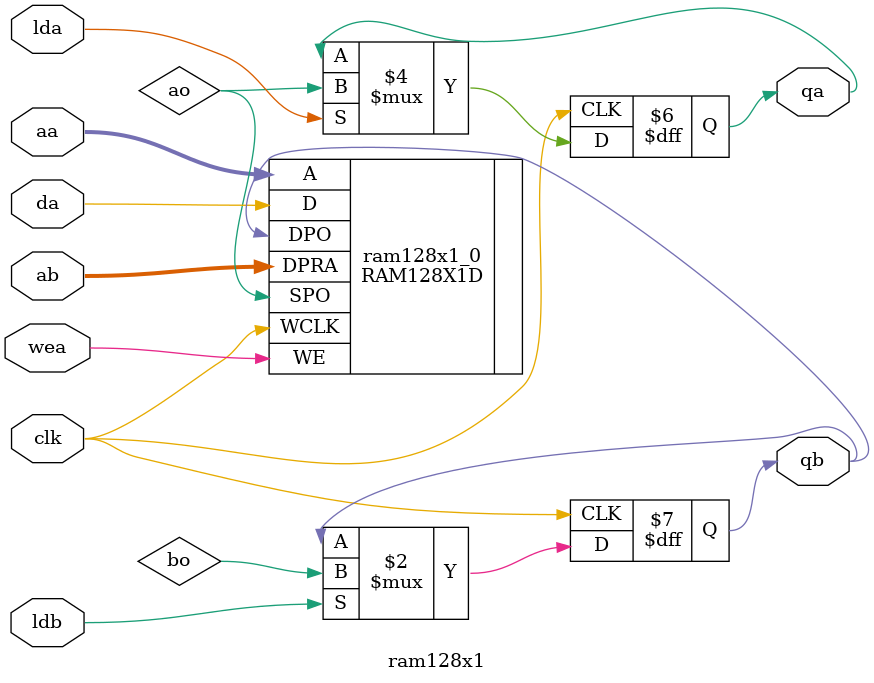
<source format=v>
module ram128x1 (clk, wea, aa, da, lda, qa, ab, ldb, qb);
    input clk;
    input wea;
    input [6:0] aa;
    input [0:0] da;
    input lda;
    input [6:0] ab;
    input ldb;
    output [0:0] qa;
    output [0:0] qb;

    wire [0:0] ao;
    wire [0:0] bo;
    reg [0:0] qa;
    reg [0:0] qb;

    RAM128X1D ram128x1_0 (
        .DPRA(ab),
        .A(aa),
        .DPRA(ab),
        .WE(wea),
        .WCLK(clk),
        .D(da[0]),
        .DPO(qb[0]),
        .SPO(ao[0])
    );

    always @(posedge clk) begin
        if (lda) qa <= ao;
        if (ldb) qb <= bo;
    end
endmodule
</source>
